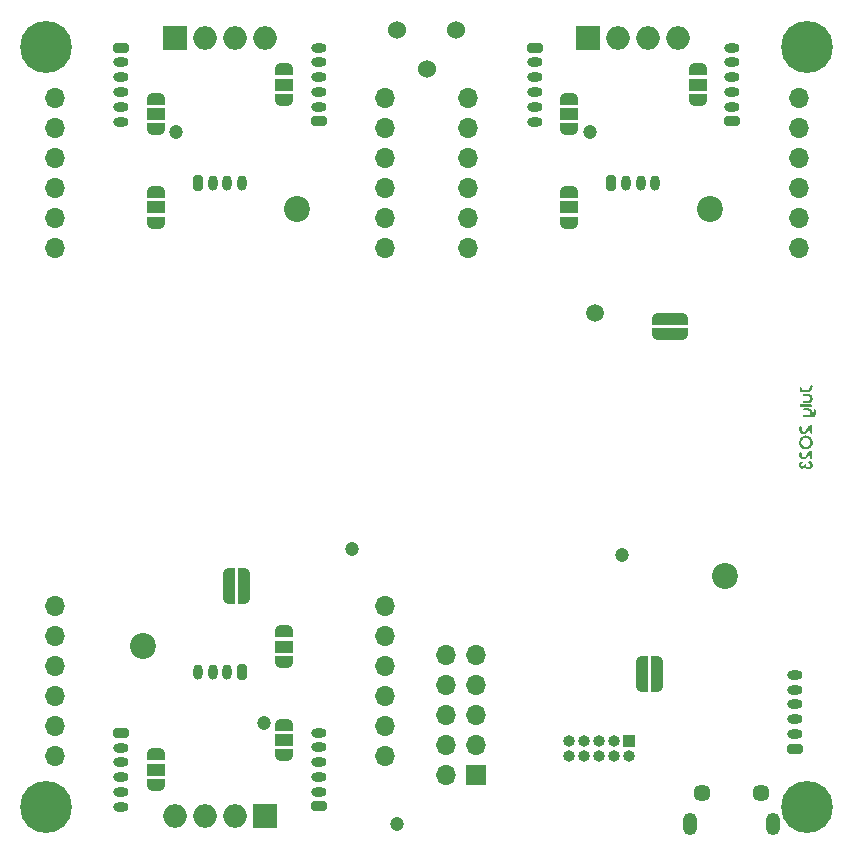
<source format=gbs>
G04 #@! TF.GenerationSoftware,KiCad,Pcbnew,7.0.1*
G04 #@! TF.CreationDate,2023-07-03T18:39:06+02:00*
G04 #@! TF.ProjectId,orion_pcb,6f72696f-6e5f-4706-9362-2e6b69636164,4*
G04 #@! TF.SameCoordinates,Original*
G04 #@! TF.FileFunction,Soldermask,Bot*
G04 #@! TF.FilePolarity,Negative*
%FSLAX46Y46*%
G04 Gerber Fmt 4.6, Leading zero omitted, Abs format (unit mm)*
G04 Created by KiCad (PCBNEW 7.0.1) date 2023-07-03 18:39:06*
%MOMM*%
%LPD*%
G01*
G04 APERTURE LIST*
G04 Aperture macros list*
%AMRoundRect*
0 Rectangle with rounded corners*
0 $1 Rounding radius*
0 $2 $3 $4 $5 $6 $7 $8 $9 X,Y pos of 4 corners*
0 Add a 4 corners polygon primitive as box body*
4,1,4,$2,$3,$4,$5,$6,$7,$8,$9,$2,$3,0*
0 Add four circle primitives for the rounded corners*
1,1,$1+$1,$2,$3*
1,1,$1+$1,$4,$5*
1,1,$1+$1,$6,$7*
1,1,$1+$1,$8,$9*
0 Add four rect primitives between the rounded corners*
20,1,$1+$1,$2,$3,$4,$5,0*
20,1,$1+$1,$4,$5,$6,$7,0*
20,1,$1+$1,$6,$7,$8,$9,0*
20,1,$1+$1,$8,$9,$2,$3,0*%
%AMFreePoly0*
4,1,19,0.500000,-0.750000,0.000000,-0.750000,0.000000,-0.744911,-0.071157,-0.744911,-0.207708,-0.704816,-0.327430,-0.627875,-0.420627,-0.520320,-0.479746,-0.390866,-0.500000,-0.250000,-0.500000,0.250000,-0.479746,0.390866,-0.420627,0.520320,-0.327430,0.627875,-0.207708,0.704816,-0.071157,0.744911,0.000000,0.744911,0.000000,0.750000,0.500000,0.750000,0.500000,-0.750000,0.500000,-0.750000,
$1*%
%AMFreePoly1*
4,1,5,0.500000,-1.000000,-0.500000,-1.000000,-0.500000,1.000000,0.500000,1.000000,0.500000,-1.000000,0.500000,-1.000000,$1*%
%AMFreePoly2*
4,1,19,0.000000,0.744911,0.071157,0.744911,0.207708,0.704816,0.327430,0.627875,0.420627,0.520320,0.479746,0.390866,0.500000,0.250000,0.500000,-0.250000,0.479746,-0.390866,0.420627,-0.520320,0.327430,-0.627875,0.207708,-0.704816,0.071157,-0.744911,0.000000,-0.744911,0.000000,-0.750000,-0.500000,-0.750000,-0.500000,0.750000,0.000000,0.750000,0.000000,0.744911,0.000000,0.744911,
$1*%
%AMFreePoly3*
4,1,19,0.550000,-0.750000,0.000000,-0.750000,0.000000,-0.744911,-0.071157,-0.744911,-0.207708,-0.704816,-0.327430,-0.627875,-0.420627,-0.520320,-0.479746,-0.390866,-0.500000,-0.250000,-0.500000,0.250000,-0.479746,0.390866,-0.420627,0.520320,-0.327430,0.627875,-0.207708,0.704816,-0.071157,0.744911,0.000000,0.744911,0.000000,0.750000,0.550000,0.750000,0.550000,-0.750000,0.550000,-0.750000,
$1*%
%AMFreePoly4*
4,1,19,0.000000,0.744911,0.071157,0.744911,0.207708,0.704816,0.327430,0.627875,0.420627,0.520320,0.479746,0.390866,0.500000,0.250000,0.500000,-0.250000,0.479746,-0.390866,0.420627,-0.520320,0.327430,-0.627875,0.207708,-0.704816,0.071157,-0.744911,0.000000,-0.744911,0.000000,-0.750000,-0.550000,-0.750000,-0.550000,0.750000,0.000000,0.750000,0.000000,0.744911,0.000000,0.744911,
$1*%
G04 Aperture macros list end*
%ADD10RoundRect,0.200000X0.450000X-0.200000X0.450000X0.200000X-0.450000X0.200000X-0.450000X-0.200000X0*%
%ADD11O,1.300000X0.800000*%
%ADD12C,1.200000*%
%ADD13C,2.200000*%
%ADD14C,0.700000*%
%ADD15C,4.400000*%
%ADD16R,2.000000X2.000000*%
%ADD17O,2.000000X2.000000*%
%ADD18O,1.700000X1.700000*%
%ADD19O,1.200000X1.900000*%
%ADD20C,1.450000*%
%ADD21RoundRect,0.200000X-0.450000X0.200000X-0.450000X-0.200000X0.450000X-0.200000X0.450000X0.200000X0*%
%ADD22RoundRect,0.200000X-0.200000X-0.450000X0.200000X-0.450000X0.200000X0.450000X-0.200000X0.450000X0*%
%ADD23O,0.800000X1.300000*%
%ADD24R,1.000000X1.000000*%
%ADD25O,1.000000X1.000000*%
%ADD26R,1.700000X1.700000*%
%ADD27RoundRect,0.200000X0.200000X0.450000X-0.200000X0.450000X-0.200000X-0.450000X0.200000X-0.450000X0*%
%ADD28C,1.524000*%
%ADD29FreePoly0,270.000000*%
%ADD30FreePoly1,270.000000*%
%ADD31FreePoly2,270.000000*%
%ADD32C,1.500000*%
%ADD33FreePoly3,90.000000*%
%ADD34R,1.500000X1.000000*%
%ADD35FreePoly4,90.000000*%
%ADD36FreePoly0,0.000000*%
%ADD37FreePoly1,0.000000*%
%ADD38FreePoly2,0.000000*%
%ADD39FreePoly3,270.000000*%
%ADD40FreePoly4,270.000000*%
%ADD41FreePoly0,180.000000*%
%ADD42FreePoly1,180.000000*%
%ADD43FreePoly2,180.000000*%
G04 APERTURE END LIST*
G36*
X182634969Y-98106906D02*
G01*
X182659575Y-98174375D01*
X182634969Y-98241050D01*
X182562737Y-98271212D01*
X181646750Y-98271212D01*
X181573725Y-98241050D01*
X181549912Y-98174375D01*
X181573725Y-98106906D01*
X181646750Y-98075950D01*
X182562737Y-98075950D01*
X182634969Y-98106906D01*
G37*
G36*
X182584963Y-96413837D02*
G01*
X182650844Y-96451144D01*
X182672275Y-96547187D01*
X182664536Y-96622594D01*
X182641319Y-96705937D01*
X182603020Y-96790869D01*
X182550037Y-96871037D01*
X182482569Y-96942475D01*
X182400813Y-97001212D01*
X182304769Y-97040503D01*
X182194438Y-97053600D01*
X181688025Y-97053600D01*
X181615000Y-97018675D01*
X181597537Y-96940887D01*
X181610237Y-96823412D01*
X181606269Y-96755150D01*
X181594362Y-96688475D01*
X181606269Y-96619419D01*
X181659450Y-96586081D01*
X181722156Y-96594019D01*
X181761050Y-96651962D01*
X181774147Y-96755547D01*
X181775337Y-96859925D01*
X182184912Y-96859925D01*
X182307150Y-96832144D01*
X182407162Y-96756737D01*
X182474631Y-96645612D01*
X182493086Y-96579731D01*
X182499238Y-96509087D01*
X182515906Y-96447969D01*
X182550831Y-96420187D01*
X182581787Y-96413044D01*
X182584963Y-96413837D01*
G37*
G36*
X182392280Y-97189133D02*
G01*
X182468281Y-97214731D01*
X182533170Y-97254419D01*
X182586550Y-97305219D01*
X182628222Y-97365147D01*
X182657987Y-97432219D01*
X182675847Y-97503458D01*
X182681800Y-97575887D01*
X182676045Y-97646134D01*
X182658781Y-97714000D01*
X182630008Y-97777103D01*
X182589725Y-97833062D01*
X182537337Y-97880291D01*
X182472250Y-97917200D01*
X182394859Y-97941012D01*
X182305562Y-97948950D01*
X181964250Y-97948950D01*
X181891225Y-97918787D01*
X181867412Y-97852112D01*
X181891225Y-97784644D01*
X181964250Y-97753687D01*
X182305562Y-97753687D01*
X182386525Y-97737019D01*
X182444469Y-97694156D01*
X182479394Y-97633037D01*
X182491300Y-97563187D01*
X182479394Y-97494131D01*
X182444469Y-97433806D01*
X182386525Y-97391737D01*
X182305562Y-97375862D01*
X181964250Y-97375862D01*
X181891225Y-97345700D01*
X181867412Y-97279025D01*
X181892019Y-97211556D01*
X181964250Y-97180600D01*
X182305562Y-97180600D01*
X182392280Y-97189133D01*
G37*
G36*
X182634969Y-99858712D02*
G01*
X182662750Y-99925387D01*
X182662750Y-100450850D01*
X182633381Y-100521494D01*
X182568294Y-100544512D01*
X182502412Y-100521494D01*
X182472250Y-100450850D01*
X182472250Y-100061912D01*
X182420656Y-100086519D01*
X182377794Y-100146050D01*
X182337313Y-100228600D01*
X182291275Y-100323056D01*
X182232537Y-100417512D01*
X182154750Y-100499269D01*
X182050769Y-100556419D01*
X181986673Y-100572492D01*
X181913450Y-100577850D01*
X181843402Y-100570905D01*
X181776131Y-100550069D01*
X181714219Y-100516930D01*
X181660244Y-100473075D01*
X181615397Y-100419298D01*
X181580869Y-100356394D01*
X181558842Y-100285552D01*
X181551500Y-100207962D01*
X181551500Y-100000000D01*
X181581663Y-99928562D01*
X181647544Y-99905544D01*
X181712631Y-99930150D01*
X181742000Y-100000000D01*
X181742000Y-100206375D01*
X181754700Y-100273844D01*
X181790419Y-100330994D01*
X181845187Y-100369887D01*
X181913450Y-100384175D01*
X181979133Y-100372666D01*
X182033306Y-100341312D01*
X182079344Y-100294878D01*
X182120619Y-100238125D01*
X182158520Y-100174030D01*
X182194438Y-100105569D01*
X182231942Y-100037306D01*
X182274606Y-99973806D01*
X182323620Y-99917847D01*
X182380175Y-99872206D01*
X182447644Y-99841845D01*
X182529400Y-99831725D01*
X182569087Y-99831725D01*
X182634969Y-99858712D01*
G37*
G36*
X182634969Y-102014537D02*
G01*
X182662750Y-102081213D01*
X182662750Y-102606675D01*
X182633381Y-102677319D01*
X182568294Y-102700338D01*
X182502412Y-102677319D01*
X182472250Y-102606675D01*
X182472250Y-102217738D01*
X182420656Y-102242344D01*
X182377794Y-102301875D01*
X182337313Y-102384425D01*
X182291275Y-102478881D01*
X182232537Y-102573338D01*
X182154750Y-102655094D01*
X182050769Y-102712244D01*
X181986673Y-102728317D01*
X181913450Y-102733675D01*
X181843402Y-102726730D01*
X181776131Y-102705894D01*
X181714219Y-102672755D01*
X181660244Y-102628900D01*
X181615397Y-102575123D01*
X181580869Y-102512219D01*
X181558842Y-102441377D01*
X181551500Y-102363788D01*
X181551500Y-102155825D01*
X181581663Y-102084388D01*
X181647544Y-102061369D01*
X181712631Y-102085975D01*
X181742000Y-102155825D01*
X181742000Y-102362200D01*
X181754700Y-102429669D01*
X181790419Y-102486819D01*
X181845187Y-102525713D01*
X181913450Y-102540000D01*
X181979133Y-102528491D01*
X182033306Y-102497138D01*
X182079344Y-102450703D01*
X182120619Y-102393950D01*
X182158520Y-102329855D01*
X182194438Y-102261394D01*
X182231942Y-102193131D01*
X182274606Y-102129631D01*
X182323620Y-102073672D01*
X182380175Y-102028031D01*
X182447644Y-101997670D01*
X182529400Y-101987550D01*
X182569087Y-101987550D01*
X182634969Y-102014537D01*
G37*
G36*
X182390891Y-98406348D02*
G01*
X182465900Y-98430756D01*
X182530392Y-98468856D01*
X182584169Y-98518069D01*
X182626833Y-98576806D01*
X182657987Y-98643481D01*
X182677037Y-98715514D01*
X182683388Y-98790325D01*
X182676244Y-98868906D01*
X182654813Y-98945900D01*
X182706406Y-98909983D01*
X182750062Y-98859381D01*
X182779828Y-98796477D01*
X182789750Y-98723650D01*
X182781812Y-98658562D01*
X182756412Y-98590300D01*
X182745300Y-98545850D01*
X182769113Y-98486319D01*
X182824675Y-98453775D01*
X182887381Y-98458537D01*
X182934213Y-98512512D01*
X182968344Y-98630781D01*
X182978662Y-98737937D01*
X182969138Y-98834180D01*
X182940562Y-98919706D01*
X182896708Y-98993525D01*
X182841344Y-99054644D01*
X182776256Y-99102864D01*
X182703231Y-99137987D01*
X182626039Y-99159419D01*
X182548450Y-99166562D01*
X181964250Y-99166562D01*
X181891225Y-99136400D01*
X181867412Y-99069725D01*
X181892019Y-99002256D01*
X181964250Y-98971300D01*
X182305562Y-98971300D01*
X182385731Y-98954631D01*
X182442881Y-98911769D01*
X182477806Y-98850650D01*
X182489712Y-98780800D01*
X182478600Y-98711744D01*
X182444469Y-98651419D01*
X182386525Y-98609350D01*
X182305562Y-98593475D01*
X181964250Y-98593475D01*
X181891225Y-98563312D01*
X181867412Y-98496637D01*
X181892019Y-98429169D01*
X181964250Y-98398212D01*
X182305562Y-98398212D01*
X182390891Y-98406348D01*
G37*
G36*
X182503206Y-102891631D02*
G01*
X182590519Y-102963069D01*
X182657987Y-103071813D01*
X182678228Y-103138884D01*
X182684975Y-103213100D01*
X182676442Y-103296245D01*
X182650844Y-103371056D01*
X182611553Y-103436144D01*
X182561944Y-103490119D01*
X182503206Y-103532584D01*
X182436531Y-103563144D01*
X182365491Y-103580408D01*
X182293656Y-103582988D01*
X182222417Y-103570486D01*
X182153163Y-103542506D01*
X182088869Y-103498255D01*
X182032512Y-103436938D01*
X181926150Y-103499644D01*
X181812644Y-103513931D01*
X181703106Y-103485356D01*
X181609444Y-103419475D01*
X181545150Y-103321844D01*
X181521337Y-103198813D01*
X181544356Y-103078163D01*
X181601506Y-102985294D01*
X181676119Y-102924969D01*
X181750731Y-102901950D01*
X181807881Y-102920206D01*
X181830900Y-102986088D01*
X181812644Y-103059906D01*
X181771369Y-103095625D01*
X181730094Y-103129756D01*
X181711837Y-103198813D01*
X181752319Y-103292475D01*
X181842012Y-103318669D01*
X181931706Y-103285331D01*
X181972187Y-103198813D01*
X181999969Y-103128169D01*
X182060294Y-103105150D01*
X182120619Y-103128169D01*
X182148400Y-103194050D01*
X182162687Y-103278188D01*
X182201581Y-103339306D01*
X182257144Y-103376613D01*
X182321437Y-103389313D01*
X182394462Y-103373438D01*
X182448438Y-103332956D01*
X182482569Y-103275806D01*
X182494475Y-103209925D01*
X182467488Y-103114675D01*
X182381762Y-103048000D01*
X182343663Y-103021013D01*
X182326200Y-102987675D01*
X182321437Y-102962275D01*
X182321437Y-102957513D01*
X182348425Y-102882900D01*
X182415894Y-102863056D01*
X182503206Y-102891631D01*
G37*
G36*
X182683232Y-101284287D02*
G01*
X182672077Y-101398389D01*
X182638144Y-101507331D01*
X182584566Y-101606153D01*
X182514319Y-101691481D01*
X182428991Y-101761728D01*
X182330169Y-101815306D01*
X182221227Y-101849239D01*
X182105537Y-101860550D01*
X181990047Y-101849239D01*
X181881700Y-101815306D01*
X181783473Y-101761728D01*
X181698344Y-101691481D01*
X181628097Y-101606153D01*
X181574519Y-101507331D01*
X181540586Y-101398389D01*
X181529275Y-101282700D01*
X181722950Y-101282700D01*
X181730094Y-101356320D01*
X181751525Y-101427956D01*
X181786847Y-101494830D01*
X181835662Y-101554162D01*
X181894995Y-101602780D01*
X181961869Y-101637506D01*
X182033306Y-101658342D01*
X182106331Y-101665287D01*
X182179356Y-101658342D01*
X182250794Y-101637506D01*
X182317667Y-101602780D01*
X182377000Y-101554162D01*
X182425617Y-101494830D01*
X182460344Y-101427956D01*
X182481180Y-101356717D01*
X182488125Y-101284287D01*
X182481180Y-101210667D01*
X182460344Y-101139031D01*
X182425617Y-101072158D01*
X182377000Y-101012825D01*
X182316477Y-100964009D01*
X182249206Y-100928688D01*
X182177967Y-100907256D01*
X182105537Y-100900112D01*
X182033108Y-100907256D01*
X181961869Y-100928688D01*
X181894995Y-100964009D01*
X181835662Y-101012825D01*
X181786847Y-101072158D01*
X181751525Y-101139031D01*
X181730094Y-101210270D01*
X181722950Y-101282700D01*
X181529275Y-101282700D01*
X181540586Y-101167209D01*
X181574519Y-101058862D01*
X181628097Y-100960636D01*
X181698344Y-100875506D01*
X181783473Y-100805259D01*
X181881700Y-100751681D01*
X181990047Y-100717748D01*
X182105537Y-100706437D01*
X182221227Y-100717748D01*
X182330169Y-100751681D01*
X182428991Y-100805259D01*
X182514319Y-100875506D01*
X182584566Y-100960636D01*
X182638144Y-101058862D01*
X182672077Y-101167209D01*
X182683388Y-101282700D01*
X182683232Y-101284287D01*
G37*
D10*
X181187500Y-127225000D03*
D11*
X181187500Y-125975000D03*
X181187500Y-124725000D03*
X181187500Y-123475000D03*
X181187500Y-122225000D03*
X181187500Y-120975000D03*
D12*
X163850000Y-74975000D03*
D13*
X139000000Y-81500000D03*
D14*
X116150000Y-67800000D03*
X116633274Y-66633274D03*
X116633274Y-68966726D03*
X117800000Y-66150000D03*
D15*
X117800000Y-67800000D03*
D14*
X117800000Y-69450000D03*
X118966726Y-66633274D03*
X118966726Y-68966726D03*
X119450000Y-67800000D03*
D12*
X166525000Y-110825000D03*
D14*
X180550000Y-132200000D03*
X181033274Y-131033274D03*
X181033274Y-133366726D03*
X182200000Y-130550000D03*
D15*
X182200000Y-132200000D03*
D14*
X182200000Y-133850000D03*
X183366726Y-131033274D03*
X183366726Y-133366726D03*
X183850000Y-132200000D03*
D12*
X147475000Y-133625000D03*
D16*
X128690000Y-67037500D03*
D17*
X131230000Y-67037500D03*
D18*
X118500000Y-72117500D03*
X118500000Y-74657500D03*
X118500000Y-77197500D03*
X118500000Y-79737500D03*
X118500000Y-82277500D03*
X118500000Y-84817500D03*
X146500000Y-84817500D03*
X146500000Y-82277500D03*
X146500000Y-79737500D03*
X146500000Y-77197500D03*
X146500000Y-74657500D03*
X146500000Y-72117500D03*
D17*
X133770000Y-67037500D03*
X136310000Y-67037500D03*
D19*
X172300000Y-133637500D03*
D20*
X173300000Y-130937500D03*
X178300000Y-130937500D03*
D19*
X179300000Y-133637500D03*
D21*
X159150000Y-67880000D03*
D11*
X159150000Y-69130000D03*
X159150000Y-70380000D03*
X159150000Y-71630000D03*
X159150000Y-72880000D03*
X159150000Y-74130000D03*
D21*
X124150000Y-67880000D03*
D11*
X124150000Y-69130000D03*
X124150000Y-70380000D03*
X124150000Y-71630000D03*
X124150000Y-72880000D03*
X124150000Y-74130000D03*
D10*
X140850000Y-74120000D03*
D11*
X140850000Y-72870000D03*
X140850000Y-71620000D03*
X140850000Y-70370000D03*
X140850000Y-69120000D03*
X140850000Y-67870000D03*
D13*
X126000000Y-118500000D03*
D22*
X165625000Y-79300000D03*
D23*
X166875000Y-79300000D03*
X168125000Y-79300000D03*
X169375000Y-79300000D03*
D16*
X136310000Y-132962500D03*
D17*
X133770000Y-132962500D03*
D18*
X146500000Y-127882500D03*
X146500000Y-125342500D03*
X146500000Y-122802500D03*
X146500000Y-120262500D03*
X146500000Y-117722500D03*
X146500000Y-115182500D03*
X118500000Y-115182500D03*
X118500000Y-117722500D03*
X118500000Y-120262500D03*
X118500000Y-122802500D03*
X118500000Y-125342500D03*
X118500000Y-127882500D03*
D17*
X131230000Y-132962500D03*
X128690000Y-132962500D03*
D10*
X175850000Y-74120000D03*
D11*
X175850000Y-72870000D03*
X175850000Y-71620000D03*
X175850000Y-70370000D03*
X175850000Y-69120000D03*
X175850000Y-67870000D03*
D14*
X116150000Y-132200000D03*
X116633274Y-131033274D03*
X116633274Y-133366726D03*
X117800000Y-130550000D03*
D15*
X117800000Y-132200000D03*
D14*
X117800000Y-133850000D03*
X118966726Y-131033274D03*
X118966726Y-133366726D03*
X119450000Y-132200000D03*
D22*
X130625000Y-79300000D03*
D23*
X131875000Y-79300000D03*
X133125000Y-79300000D03*
X134375000Y-79300000D03*
D24*
X167157500Y-126547500D03*
D25*
X167157500Y-127817500D03*
X165887500Y-126547500D03*
X165887500Y-127817500D03*
X164617500Y-126547500D03*
X164617500Y-127817500D03*
X163347500Y-126547500D03*
X163347500Y-127817500D03*
X162077500Y-126547500D03*
X162077500Y-127817500D03*
D13*
X175300000Y-112600000D03*
D12*
X136200000Y-125025000D03*
D16*
X163690000Y-67037500D03*
D17*
X166230000Y-67037500D03*
D18*
X153500000Y-72117500D03*
X153500000Y-74657500D03*
X153500000Y-77197500D03*
X153500000Y-79737500D03*
X153500000Y-82277500D03*
X153500000Y-84817500D03*
X181500000Y-84817500D03*
X181500000Y-82277500D03*
X181500000Y-79737500D03*
X181500000Y-77197500D03*
X181500000Y-74657500D03*
X181500000Y-72117500D03*
D17*
X168770000Y-67037500D03*
X171310000Y-67037500D03*
D26*
X154220000Y-129430000D03*
D18*
X151680000Y-129430000D03*
X154220000Y-126890000D03*
X151680000Y-126890000D03*
X154220000Y-124350000D03*
X151680000Y-124350000D03*
X154220000Y-121810000D03*
X151680000Y-121810000D03*
X154220000Y-119270000D03*
X151680000Y-119270000D03*
D12*
X143650000Y-110325000D03*
D27*
X134375000Y-120700000D03*
D23*
X133125000Y-120700000D03*
X131875000Y-120700000D03*
X130625000Y-120700000D03*
D28*
X152500000Y-66350000D03*
X150000000Y-69660000D03*
X147500000Y-66350000D03*
D13*
X174000000Y-81500000D03*
D12*
X128800000Y-74975000D03*
D21*
X124150000Y-125880000D03*
D11*
X124150000Y-127130000D03*
X124150000Y-128380000D03*
X124150000Y-129630000D03*
X124150000Y-130880000D03*
X124150000Y-132130000D03*
D14*
X180550000Y-67800000D03*
X181033274Y-66633274D03*
X181033274Y-68966726D03*
X182200000Y-66150000D03*
D15*
X182200000Y-67800000D03*
D14*
X182200000Y-69450000D03*
X183366726Y-66633274D03*
X183366726Y-68966726D03*
X183850000Y-67800000D03*
D10*
X140850000Y-132120000D03*
D11*
X140850000Y-130870000D03*
X140850000Y-129620000D03*
X140850000Y-128370000D03*
X140850000Y-127120000D03*
X140850000Y-125870000D03*
D29*
X171375000Y-90825000D03*
D30*
X170625000Y-90825000D03*
D29*
X169875000Y-90825000D03*
D31*
X171375000Y-92125000D03*
D30*
X170625000Y-92125000D03*
D31*
X169875000Y-92125000D03*
D32*
X164225000Y-90300000D03*
D33*
X162050000Y-74800000D03*
D34*
X162050000Y-73500000D03*
D35*
X162050000Y-72200000D03*
D36*
X168200000Y-120150000D03*
D37*
X168200000Y-120900000D03*
D36*
X168200000Y-121650000D03*
D38*
X169500000Y-120150000D03*
D37*
X169500000Y-120900000D03*
D38*
X169500000Y-121650000D03*
D33*
X137942500Y-72300000D03*
D34*
X137942500Y-71000000D03*
D35*
X137942500Y-69700000D03*
D39*
X137950000Y-125200000D03*
D34*
X137950000Y-126500000D03*
D40*
X137950000Y-127800000D03*
D33*
X172950000Y-72300000D03*
D34*
X172950000Y-71000000D03*
D35*
X172950000Y-69700000D03*
D39*
X127050000Y-127700000D03*
D34*
X127050000Y-129000000D03*
D40*
X127050000Y-130300000D03*
D33*
X137957500Y-119900000D03*
D34*
X137957500Y-118600000D03*
D35*
X137957500Y-117300000D03*
D39*
X127050000Y-80100000D03*
D34*
X127050000Y-81400000D03*
D40*
X127050000Y-82700000D03*
D39*
X162042500Y-80100000D03*
D34*
X162042500Y-81400000D03*
D40*
X162042500Y-82700000D03*
D33*
X127050000Y-74800000D03*
D34*
X127050000Y-73500000D03*
D35*
X127050000Y-72200000D03*
D41*
X134575000Y-114200000D03*
D42*
X134575000Y-113450000D03*
D41*
X134575000Y-112700000D03*
D43*
X133275000Y-114200000D03*
D42*
X133275000Y-113450000D03*
D43*
X133275000Y-112700000D03*
M02*

</source>
